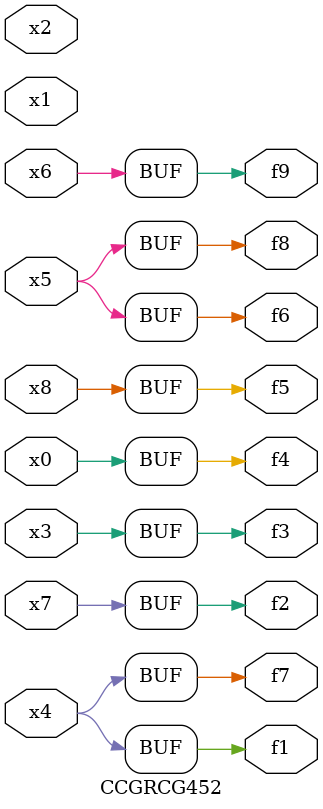
<source format=v>
module CCGRCG452(
	input x0, x1, x2, x3, x4, x5, x6, x7, x8,
	output f1, f2, f3, f4, f5, f6, f7, f8, f9
);
	assign f1 = x4;
	assign f2 = x7;
	assign f3 = x3;
	assign f4 = x0;
	assign f5 = x8;
	assign f6 = x5;
	assign f7 = x4;
	assign f8 = x5;
	assign f9 = x6;
endmodule

</source>
